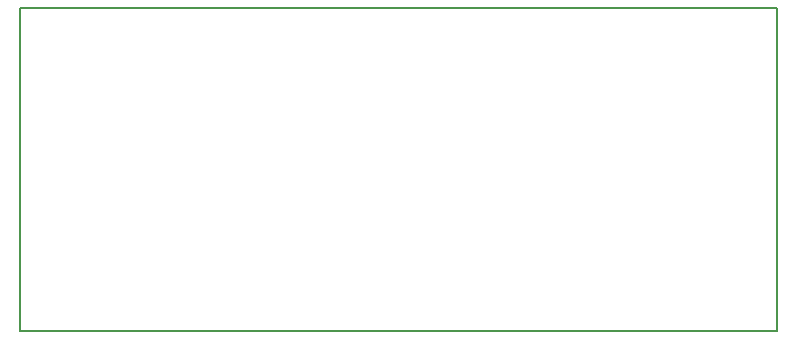
<source format=gbr>
G04 #@! TF.FileFunction,Profile,NP*
%FSLAX46Y46*%
G04 Gerber Fmt 4.6, Leading zero omitted, Abs format (unit mm)*
G04 Created by KiCad (PCBNEW 4.0.6) date 03/11/18 17:34:21*
%MOMM*%
%LPD*%
G01*
G04 APERTURE LIST*
%ADD10C,0.100000*%
%ADD11C,0.150000*%
G04 APERTURE END LIST*
D10*
D11*
X112522000Y-114935000D02*
X112522000Y-87630000D01*
X176657000Y-114935000D02*
X112522000Y-114935000D01*
X176657000Y-87630000D02*
X176657000Y-114935000D01*
X112522000Y-87630000D02*
X176657000Y-87630000D01*
M02*

</source>
